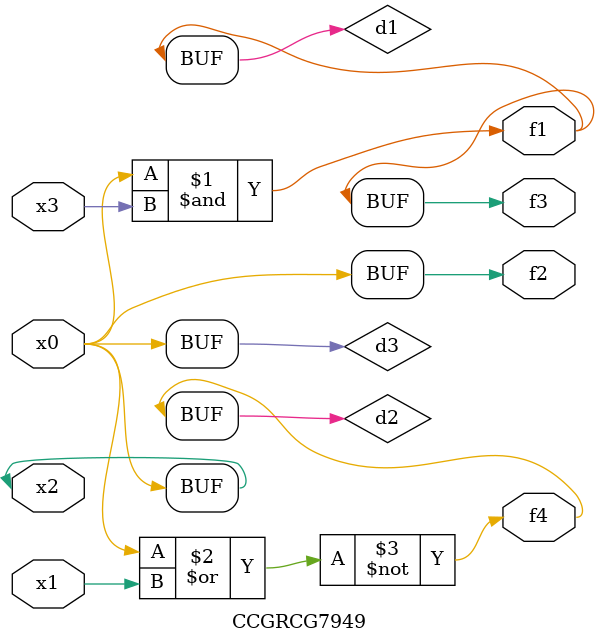
<source format=v>
module CCGRCG7949(
	input x0, x1, x2, x3,
	output f1, f2, f3, f4
);

	wire d1, d2, d3;

	and (d1, x2, x3);
	nor (d2, x0, x1);
	buf (d3, x0, x2);
	assign f1 = d1;
	assign f2 = d3;
	assign f3 = d1;
	assign f4 = d2;
endmodule

</source>
